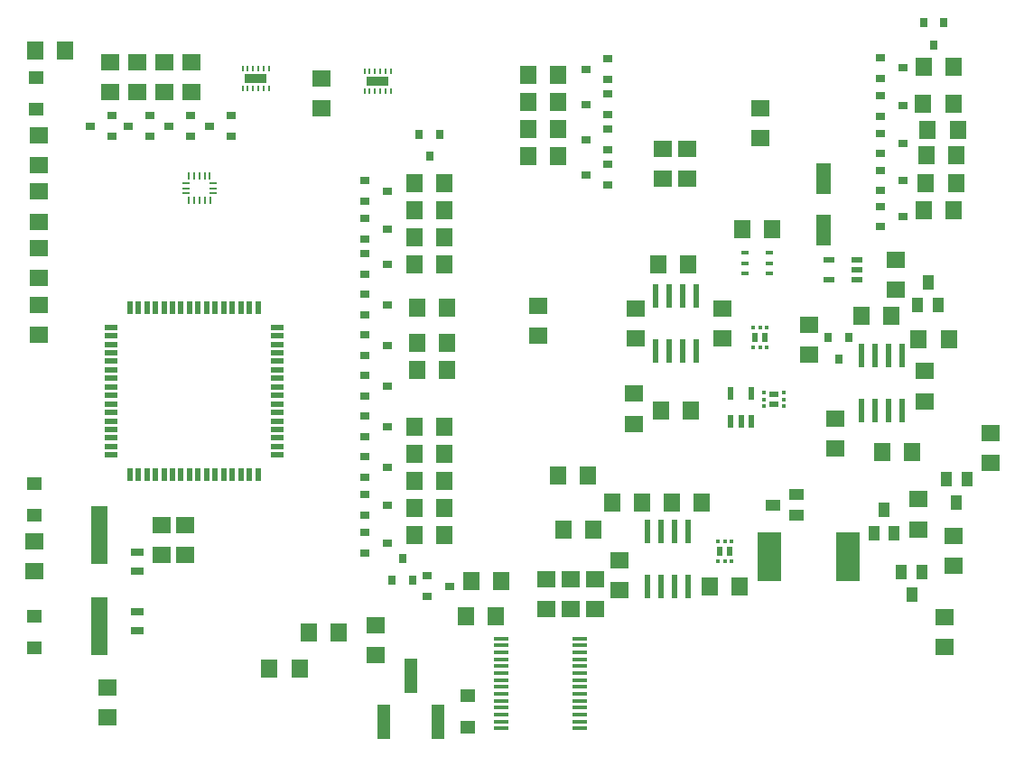
<source format=gtp>
G75*
%MOIN*%
%OFA0B0*%
%FSLAX24Y24*%
%IPPOS*%
%LPD*%
%AMOC8*
5,1,8,0,0,1.08239X$1,22.5*
%
%ADD10R,0.0591X0.2165*%
%ADD11R,0.0472X0.0315*%
%ADD12R,0.0354X0.0315*%
%ADD13R,0.0315X0.0354*%
%ADD14R,0.0906X0.1811*%
%ADD15R,0.0394X0.0551*%
%ADD16R,0.0630X0.0710*%
%ADD17R,0.0240X0.0870*%
%ADD18R,0.0551X0.1181*%
%ADD19R,0.0710X0.0630*%
%ADD20R,0.0551X0.0472*%
%ADD21R,0.0470X0.0220*%
%ADD22R,0.0220X0.0470*%
%ADD23R,0.0138X0.0118*%
%ADD24R,0.0374X0.0236*%
%ADD25R,0.0118X0.0138*%
%ADD26R,0.0236X0.0374*%
%ADD27R,0.0550X0.0137*%
%ADD28R,0.0110X0.0197*%
%ADD29R,0.0787X0.0354*%
%ADD30R,0.0276X0.0157*%
%ADD31R,0.0413X0.0236*%
%ADD32R,0.0098X0.0264*%
%ADD33R,0.0264X0.0098*%
%ADD34R,0.0709X0.0630*%
%ADD35R,0.0217X0.0472*%
%ADD36R,0.0551X0.0394*%
%ADD37R,0.0470X0.1300*%
D10*
X003617Y005668D03*
X003617Y009054D03*
D11*
X005017Y008416D03*
X005017Y007707D03*
X005017Y006216D03*
X005017Y005507D03*
D12*
X013423Y008387D03*
X013423Y009135D03*
X013423Y009787D03*
X014250Y010161D03*
X013423Y010535D03*
X013423Y011187D03*
X013423Y011935D03*
X013423Y012687D03*
X014250Y013061D03*
X013423Y013435D03*
X013423Y014187D03*
X014250Y014561D03*
X013423Y014935D03*
X013423Y015687D03*
X013423Y016435D03*
X014250Y016061D03*
X013423Y017187D03*
X013423Y017935D03*
X013423Y018687D03*
X014250Y019061D03*
X013423Y019435D03*
X013423Y019987D03*
X014250Y020361D03*
X013423Y020735D03*
X013423Y021387D03*
X013423Y022135D03*
X014250Y021761D03*
X014250Y017561D03*
X014250Y011561D03*
X014250Y008761D03*
X015723Y007535D03*
X015723Y006787D03*
X016550Y007161D03*
X032463Y020437D03*
X032463Y021185D03*
X032473Y021767D03*
X032473Y022515D03*
X032463Y023137D03*
X033290Y023511D03*
X032463Y023885D03*
X032473Y024527D03*
X032473Y025275D03*
X032473Y025927D03*
X033300Y026301D03*
X032473Y026675D03*
X033300Y024901D03*
X033300Y022141D03*
X033290Y020811D03*
X022410Y021987D03*
X022410Y022735D03*
X022410Y023287D03*
X022410Y024035D03*
X022410Y024587D03*
X022410Y025335D03*
X022410Y025887D03*
X022410Y026635D03*
X021584Y026261D03*
X021584Y024961D03*
X021584Y023661D03*
X021584Y022361D03*
X008510Y023787D03*
X007684Y024161D03*
X007010Y023787D03*
X006184Y024161D03*
X005510Y023787D03*
X004684Y024161D03*
X004110Y023787D03*
X003284Y024161D03*
X004110Y024535D03*
X005510Y024535D03*
X007010Y024535D03*
X008510Y024535D03*
D13*
X015443Y023855D03*
X016191Y023855D03*
X015817Y023028D03*
X030543Y016355D03*
X031291Y016355D03*
X030917Y015528D03*
X034427Y027158D03*
X034801Y027985D03*
X034053Y027985D03*
X014817Y008194D03*
X015191Y007368D03*
X014443Y007368D03*
D14*
X028360Y008261D03*
X031273Y008261D03*
D15*
X032213Y009118D03*
X032961Y009118D03*
X032587Y009984D03*
X034903Y011114D03*
X035651Y011114D03*
X035277Y010248D03*
X033991Y007694D03*
X033243Y007694D03*
X033617Y006828D03*
X033843Y017528D03*
X034591Y017528D03*
X034217Y018394D03*
D16*
X032877Y017161D03*
X031757Y017161D03*
X033877Y016271D03*
X034997Y016271D03*
X033637Y012111D03*
X032517Y012111D03*
X027277Y007161D03*
X026157Y007161D03*
X025877Y010261D03*
X024757Y010261D03*
X023677Y010261D03*
X022557Y010261D03*
X021877Y009261D03*
X020757Y009261D03*
X020557Y011261D03*
X021677Y011261D03*
X024357Y013661D03*
X025477Y013661D03*
X025377Y019061D03*
X024257Y019061D03*
X027357Y020361D03*
X028477Y020361D03*
X034047Y021041D03*
X034137Y022061D03*
X034157Y023081D03*
X034197Y024021D03*
X035317Y024021D03*
X035277Y023081D03*
X035257Y022061D03*
X035167Y021041D03*
X035147Y024991D03*
X034027Y024991D03*
X034057Y026341D03*
X035177Y026341D03*
X020577Y026061D03*
X019457Y026061D03*
X019457Y025061D03*
X019457Y024061D03*
X019457Y023061D03*
X020577Y023061D03*
X020577Y024061D03*
X020577Y025061D03*
X016377Y022061D03*
X016377Y021061D03*
X016377Y020061D03*
X016377Y019061D03*
X015257Y019061D03*
X015257Y020061D03*
X015257Y021061D03*
X015257Y022061D03*
X015357Y017461D03*
X016477Y017461D03*
X016477Y016161D03*
X016477Y015131D03*
X015357Y015131D03*
X015357Y016161D03*
X015257Y013061D03*
X016377Y013061D03*
X016377Y012061D03*
X016377Y011061D03*
X016377Y010061D03*
X016377Y009061D03*
X015257Y009061D03*
X015257Y010061D03*
X015257Y011061D03*
X015257Y012061D03*
X017357Y007361D03*
X018477Y007361D03*
X018277Y006061D03*
X017157Y006061D03*
X012477Y005461D03*
X011357Y005461D03*
X011017Y004101D03*
X009897Y004101D03*
X002367Y026961D03*
X001247Y026961D03*
D17*
X023867Y009191D03*
X024367Y009191D03*
X024867Y009191D03*
X025367Y009191D03*
X025367Y007131D03*
X024867Y007131D03*
X024367Y007131D03*
X023867Y007131D03*
X031767Y013631D03*
X032267Y013631D03*
X032767Y013631D03*
X033267Y013631D03*
X033267Y015691D03*
X032767Y015691D03*
X032267Y015691D03*
X031767Y015691D03*
X025667Y015831D03*
X025167Y015831D03*
X024667Y015831D03*
X024167Y015831D03*
X024167Y017891D03*
X024667Y017891D03*
X025167Y017891D03*
X025667Y017891D03*
D18*
X030367Y020326D03*
X030367Y022216D03*
D19*
X003917Y002301D03*
X003917Y003421D03*
X001217Y007701D03*
X001217Y008821D03*
X005917Y008301D03*
X006797Y008301D03*
X006797Y009421D03*
X005917Y009421D03*
X013817Y005721D03*
X013817Y004601D03*
X020117Y006301D03*
X020117Y007421D03*
X021917Y007421D03*
X022817Y007001D03*
X022817Y008121D03*
X021917Y006301D03*
X023377Y013151D03*
X023377Y014271D03*
X023417Y016301D03*
X023417Y017421D03*
X026617Y017421D03*
X026617Y016301D03*
X029817Y016821D03*
X029817Y015701D03*
X030807Y013351D03*
X030807Y012231D03*
X033877Y010371D03*
X033877Y009251D03*
X035157Y009021D03*
X035157Y007901D03*
X034817Y006021D03*
X034817Y004901D03*
X036517Y011701D03*
X036517Y012821D03*
X034097Y013981D03*
X034097Y015101D03*
X033017Y018101D03*
X033017Y019221D03*
X028017Y023701D03*
X028017Y024821D03*
X007017Y025401D03*
X006017Y025401D03*
X005017Y025401D03*
X004017Y025401D03*
X004017Y026521D03*
X005017Y026521D03*
X006017Y026521D03*
X007017Y026521D03*
X001407Y023821D03*
X001407Y022701D03*
X001407Y021731D03*
X001407Y020611D03*
X001407Y017561D03*
X001407Y016441D03*
D20*
X001217Y010952D03*
X001217Y009771D03*
X001217Y006052D03*
X001217Y004871D03*
X017227Y003122D03*
X017227Y001941D03*
X001307Y024771D03*
X001307Y025952D03*
D21*
X004046Y016723D03*
X004046Y016409D03*
X004046Y016094D03*
X004046Y015779D03*
X004046Y015464D03*
X004046Y015149D03*
X004046Y014834D03*
X004046Y014519D03*
X004046Y014204D03*
X004046Y013889D03*
X004046Y013574D03*
X004046Y013259D03*
X004046Y012944D03*
X004046Y012629D03*
X004046Y012314D03*
X004046Y011999D03*
X010188Y011999D03*
X010188Y012314D03*
X010188Y012629D03*
X010188Y012944D03*
X010188Y013259D03*
X010188Y013574D03*
X010188Y013889D03*
X010188Y014204D03*
X010188Y014519D03*
X010188Y014834D03*
X010188Y015149D03*
X010188Y015464D03*
X010188Y015779D03*
X010188Y016094D03*
X010188Y016409D03*
X010188Y016723D03*
D22*
X009479Y017432D03*
X009164Y017432D03*
X008849Y017432D03*
X008534Y017432D03*
X008219Y017432D03*
X007904Y017432D03*
X007589Y017432D03*
X007274Y017432D03*
X006959Y017432D03*
X006644Y017432D03*
X006329Y017432D03*
X006014Y017432D03*
X005699Y017432D03*
X005384Y017432D03*
X005069Y017432D03*
X004754Y017432D03*
X004754Y011290D03*
X005069Y011290D03*
X005384Y011290D03*
X005699Y011290D03*
X006014Y011290D03*
X006329Y011290D03*
X006644Y011290D03*
X006959Y011290D03*
X007274Y011290D03*
X007589Y011290D03*
X007904Y011290D03*
X008219Y011290D03*
X008534Y011290D03*
X008849Y011290D03*
X009164Y011290D03*
X009479Y011290D03*
D23*
X028166Y013805D03*
X028166Y014061D03*
X028166Y014317D03*
X028887Y014317D03*
X028887Y014061D03*
X028887Y013805D03*
D24*
X028525Y013876D03*
X028525Y014242D03*
D25*
X028273Y015991D03*
X028017Y015991D03*
X027761Y015991D03*
X027761Y016712D03*
X028017Y016712D03*
X028273Y016712D03*
X026973Y008812D03*
X026717Y008812D03*
X026461Y008812D03*
X026461Y008091D03*
X026717Y008091D03*
X026973Y008091D03*
D26*
X026898Y008453D03*
X026532Y008453D03*
X027832Y016353D03*
X028198Y016353D03*
D27*
X021356Y005225D03*
X021356Y004969D03*
X021356Y004713D03*
X021356Y004457D03*
X021356Y004201D03*
X021356Y003945D03*
X021356Y003689D03*
X021356Y003433D03*
X021356Y003177D03*
X021356Y002921D03*
X021356Y002666D03*
X021356Y002410D03*
X021356Y002154D03*
X021356Y001898D03*
X018477Y001898D03*
X018477Y002154D03*
X018477Y002410D03*
X018477Y002666D03*
X018477Y002921D03*
X018477Y003177D03*
X018477Y003433D03*
X018477Y003689D03*
X018477Y003945D03*
X018477Y004201D03*
X018477Y004457D03*
X018477Y004713D03*
X018477Y004969D03*
X018477Y005225D03*
D28*
X014398Y025439D03*
X014201Y025439D03*
X014004Y025439D03*
X013807Y025439D03*
X013610Y025439D03*
X013414Y025439D03*
X013414Y026187D03*
X013610Y026187D03*
X013807Y026187D03*
X014004Y026187D03*
X014201Y026187D03*
X014398Y026187D03*
X009898Y026287D03*
X009701Y026287D03*
X009504Y026287D03*
X009307Y026287D03*
X009110Y026287D03*
X008914Y026287D03*
X008914Y025539D03*
X009110Y025539D03*
X009307Y025539D03*
X009504Y025539D03*
X009701Y025539D03*
X009898Y025539D03*
D29*
X009394Y025913D03*
X013894Y025813D03*
D30*
X027453Y019465D03*
X027453Y019091D03*
X027453Y018717D03*
X028354Y018717D03*
X028354Y019091D03*
X028354Y019465D03*
D31*
X030545Y019223D03*
X030545Y018479D03*
X031608Y018479D03*
X031608Y018853D03*
X031608Y019227D03*
D32*
X007714Y021401D03*
X007517Y021401D03*
X007321Y021401D03*
X007124Y021401D03*
X006927Y021401D03*
X006923Y022322D03*
X007120Y022322D03*
X007317Y022322D03*
X007514Y022322D03*
X007710Y022322D03*
D33*
X007813Y022058D03*
X007813Y021861D03*
X007813Y021664D03*
X006821Y021664D03*
X006821Y021861D03*
X006821Y022058D03*
D34*
X011817Y024810D03*
X011817Y025912D03*
X019817Y017512D03*
X019817Y016410D03*
X024417Y022210D03*
X025317Y022210D03*
X025317Y023312D03*
X024417Y023312D03*
X021017Y007412D03*
X021017Y006310D03*
X001407Y018550D03*
X001407Y019652D03*
D35*
X026943Y014273D03*
X027691Y014273D03*
X027691Y013249D03*
X027317Y013249D03*
X026943Y013249D03*
D36*
X029350Y010535D03*
X029350Y009787D03*
X028484Y010161D03*
D37*
X016117Y002161D03*
X014117Y002161D03*
X015117Y003861D03*
M02*

</source>
